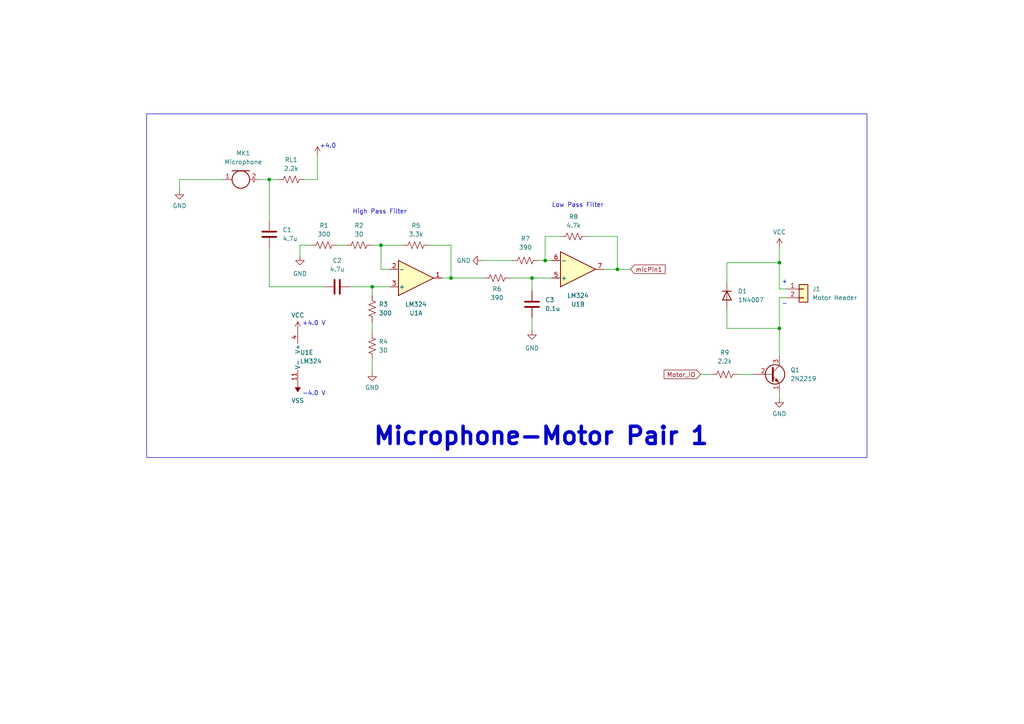
<source format=kicad_sch>
(kicad_sch (version 20230121) (generator eeschema)

  (uuid e26f2846-7ddf-4cae-94d6-3bc01c1b4ebb)

  (paper "A4")

  (lib_symbols
    (symbol "Amplifier_Operational:LM324" (pin_names (offset 0.127)) (in_bom yes) (on_board yes)
      (property "Reference" "U" (at 0 5.08 0)
        (effects (font (size 1.27 1.27)) (justify left))
      )
      (property "Value" "LM324" (at 0 -5.08 0)
        (effects (font (size 1.27 1.27)) (justify left))
      )
      (property "Footprint" "" (at -1.27 2.54 0)
        (effects (font (size 1.27 1.27)) hide)
      )
      (property "Datasheet" "http://www.ti.com/lit/ds/symlink/lm2902-n.pdf" (at 1.27 5.08 0)
        (effects (font (size 1.27 1.27)) hide)
      )
      (property "ki_locked" "" (at 0 0 0)
        (effects (font (size 1.27 1.27)))
      )
      (property "ki_keywords" "quad opamp" (at 0 0 0)
        (effects (font (size 1.27 1.27)) hide)
      )
      (property "ki_description" "Low-Power, Quad-Operational Amplifiers, DIP-14/SOIC-14/SSOP-14" (at 0 0 0)
        (effects (font (size 1.27 1.27)) hide)
      )
      (property "ki_fp_filters" "SOIC*3.9x8.7mm*P1.27mm* DIP*W7.62mm* TSSOP*4.4x5mm*P0.65mm* SSOP*5.3x6.2mm*P0.65mm* MSOP*3x3mm*P0.5mm*" (at 0 0 0)
        (effects (font (size 1.27 1.27)) hide)
      )
      (symbol "LM324_1_1"
        (polyline
          (pts
            (xy -5.08 5.08)
            (xy 5.08 0)
            (xy -5.08 -5.08)
            (xy -5.08 5.08)
          )
          (stroke (width 0.254) (type default))
          (fill (type background))
        )
        (pin output line (at 7.62 0 180) (length 2.54)
          (name "~" (effects (font (size 1.27 1.27))))
          (number "1" (effects (font (size 1.27 1.27))))
        )
        (pin input line (at -7.62 -2.54 0) (length 2.54)
          (name "-" (effects (font (size 1.27 1.27))))
          (number "2" (effects (font (size 1.27 1.27))))
        )
        (pin input line (at -7.62 2.54 0) (length 2.54)
          (name "+" (effects (font (size 1.27 1.27))))
          (number "3" (effects (font (size 1.27 1.27))))
        )
      )
      (symbol "LM324_2_1"
        (polyline
          (pts
            (xy -5.08 5.08)
            (xy 5.08 0)
            (xy -5.08 -5.08)
            (xy -5.08 5.08)
          )
          (stroke (width 0.254) (type default))
          (fill (type background))
        )
        (pin input line (at -7.62 2.54 0) (length 2.54)
          (name "+" (effects (font (size 1.27 1.27))))
          (number "5" (effects (font (size 1.27 1.27))))
        )
        (pin input line (at -7.62 -2.54 0) (length 2.54)
          (name "-" (effects (font (size 1.27 1.27))))
          (number "6" (effects (font (size 1.27 1.27))))
        )
        (pin output line (at 7.62 0 180) (length 2.54)
          (name "~" (effects (font (size 1.27 1.27))))
          (number "7" (effects (font (size 1.27 1.27))))
        )
      )
      (symbol "LM324_3_1"
        (polyline
          (pts
            (xy -5.08 5.08)
            (xy 5.08 0)
            (xy -5.08 -5.08)
            (xy -5.08 5.08)
          )
          (stroke (width 0.254) (type default))
          (fill (type background))
        )
        (pin input line (at -7.62 2.54 0) (length 2.54)
          (name "+" (effects (font (size 1.27 1.27))))
          (number "10" (effects (font (size 1.27 1.27))))
        )
        (pin output line (at 7.62 0 180) (length 2.54)
          (name "~" (effects (font (size 1.27 1.27))))
          (number "8" (effects (font (size 1.27 1.27))))
        )
        (pin input line (at -7.62 -2.54 0) (length 2.54)
          (name "-" (effects (font (size 1.27 1.27))))
          (number "9" (effects (font (size 1.27 1.27))))
        )
      )
      (symbol "LM324_4_1"
        (polyline
          (pts
            (xy -5.08 5.08)
            (xy 5.08 0)
            (xy -5.08 -5.08)
            (xy -5.08 5.08)
          )
          (stroke (width 0.254) (type default))
          (fill (type background))
        )
        (pin input line (at -7.62 2.54 0) (length 2.54)
          (name "+" (effects (font (size 1.27 1.27))))
          (number "12" (effects (font (size 1.27 1.27))))
        )
        (pin input line (at -7.62 -2.54 0) (length 2.54)
          (name "-" (effects (font (size 1.27 1.27))))
          (number "13" (effects (font (size 1.27 1.27))))
        )
        (pin output line (at 7.62 0 180) (length 2.54)
          (name "~" (effects (font (size 1.27 1.27))))
          (number "14" (effects (font (size 1.27 1.27))))
        )
      )
      (symbol "LM324_5_1"
        (pin power_in line (at -2.54 -7.62 90) (length 3.81)
          (name "V-" (effects (font (size 1.27 1.27))))
          (number "11" (effects (font (size 1.27 1.27))))
        )
        (pin power_in line (at -2.54 7.62 270) (length 3.81)
          (name "V+" (effects (font (size 1.27 1.27))))
          (number "4" (effects (font (size 1.27 1.27))))
        )
      )
    )
    (symbol "Connector_Generic:Conn_01x02" (pin_names (offset 1.016) hide) (in_bom yes) (on_board yes)
      (property "Reference" "J" (at 0 2.54 0)
        (effects (font (size 1.27 1.27)))
      )
      (property "Value" "Conn_01x02" (at 0 -5.08 0)
        (effects (font (size 1.27 1.27)))
      )
      (property "Footprint" "" (at 0 0 0)
        (effects (font (size 1.27 1.27)) hide)
      )
      (property "Datasheet" "~" (at 0 0 0)
        (effects (font (size 1.27 1.27)) hide)
      )
      (property "ki_keywords" "connector" (at 0 0 0)
        (effects (font (size 1.27 1.27)) hide)
      )
      (property "ki_description" "Generic connector, single row, 01x02, script generated (kicad-library-utils/schlib/autogen/connector/)" (at 0 0 0)
        (effects (font (size 1.27 1.27)) hide)
      )
      (property "ki_fp_filters" "Connector*:*_1x??_*" (at 0 0 0)
        (effects (font (size 1.27 1.27)) hide)
      )
      (symbol "Conn_01x02_1_1"
        (rectangle (start -1.27 -2.413) (end 0 -2.667)
          (stroke (width 0.1524) (type default))
          (fill (type none))
        )
        (rectangle (start -1.27 0.127) (end 0 -0.127)
          (stroke (width 0.1524) (type default))
          (fill (type none))
        )
        (rectangle (start -1.27 1.27) (end 1.27 -3.81)
          (stroke (width 0.254) (type default))
          (fill (type background))
        )
        (pin passive line (at -5.08 0 0) (length 3.81)
          (name "Pin_1" (effects (font (size 1.27 1.27))))
          (number "1" (effects (font (size 1.27 1.27))))
        )
        (pin passive line (at -5.08 -2.54 0) (length 3.81)
          (name "Pin_2" (effects (font (size 1.27 1.27))))
          (number "2" (effects (font (size 1.27 1.27))))
        )
      )
    )
    (symbol "Device:C" (pin_numbers hide) (pin_names (offset 0.254)) (in_bom yes) (on_board yes)
      (property "Reference" "C" (at 0.635 2.54 0)
        (effects (font (size 1.27 1.27)) (justify left))
      )
      (property "Value" "C" (at 0.635 -2.54 0)
        (effects (font (size 1.27 1.27)) (justify left))
      )
      (property "Footprint" "" (at 0.9652 -3.81 0)
        (effects (font (size 1.27 1.27)) hide)
      )
      (property "Datasheet" "~" (at 0 0 0)
        (effects (font (size 1.27 1.27)) hide)
      )
      (property "ki_keywords" "cap capacitor" (at 0 0 0)
        (effects (font (size 1.27 1.27)) hide)
      )
      (property "ki_description" "Unpolarized capacitor" (at 0 0 0)
        (effects (font (size 1.27 1.27)) hide)
      )
      (property "ki_fp_filters" "C_*" (at 0 0 0)
        (effects (font (size 1.27 1.27)) hide)
      )
      (symbol "C_0_1"
        (polyline
          (pts
            (xy -2.032 -0.762)
            (xy 2.032 -0.762)
          )
          (stroke (width 0.508) (type default))
          (fill (type none))
        )
        (polyline
          (pts
            (xy -2.032 0.762)
            (xy 2.032 0.762)
          )
          (stroke (width 0.508) (type default))
          (fill (type none))
        )
      )
      (symbol "C_1_1"
        (pin passive line (at 0 3.81 270) (length 2.794)
          (name "~" (effects (font (size 1.27 1.27))))
          (number "1" (effects (font (size 1.27 1.27))))
        )
        (pin passive line (at 0 -3.81 90) (length 2.794)
          (name "~" (effects (font (size 1.27 1.27))))
          (number "2" (effects (font (size 1.27 1.27))))
        )
      )
    )
    (symbol "Device:Microphone" (pin_names (offset 0.0254) hide) (in_bom yes) (on_board yes)
      (property "Reference" "MK" (at -3.81 1.27 0)
        (effects (font (size 1.27 1.27)) (justify right))
      )
      (property "Value" "Microphone" (at -3.81 -0.635 0)
        (effects (font (size 1.27 1.27)) (justify right))
      )
      (property "Footprint" "" (at 0 2.54 90)
        (effects (font (size 1.27 1.27)) hide)
      )
      (property "Datasheet" "~" (at 0 2.54 90)
        (effects (font (size 1.27 1.27)) hide)
      )
      (property "ki_keywords" "microphone" (at 0 0 0)
        (effects (font (size 1.27 1.27)) hide)
      )
      (property "ki_description" "Microphone" (at 0 0 0)
        (effects (font (size 1.27 1.27)) hide)
      )
      (symbol "Microphone_0_1"
        (polyline
          (pts
            (xy -2.54 2.54)
            (xy -2.54 -2.54)
          )
          (stroke (width 0.254) (type default))
          (fill (type none))
        )
        (polyline
          (pts
            (xy 0.254 3.81)
            (xy 0.762 3.81)
          )
          (stroke (width 0) (type default))
          (fill (type none))
        )
        (polyline
          (pts
            (xy 0.508 4.064)
            (xy 0.508 3.556)
          )
          (stroke (width 0) (type default))
          (fill (type none))
        )
        (circle (center 0 0) (radius 2.54)
          (stroke (width 0.254) (type default))
          (fill (type none))
        )
      )
      (symbol "Microphone_1_1"
        (pin passive line (at 0 -5.08 90) (length 2.54)
          (name "-" (effects (font (size 1.27 1.27))))
          (number "1" (effects (font (size 1.27 1.27))))
        )
        (pin passive line (at 0 5.08 270) (length 2.54)
          (name "+" (effects (font (size 1.27 1.27))))
          (number "2" (effects (font (size 1.27 1.27))))
        )
      )
    )
    (symbol "Device:R_US" (pin_numbers hide) (pin_names (offset 0)) (in_bom yes) (on_board yes)
      (property "Reference" "R" (at 2.54 0 90)
        (effects (font (size 1.27 1.27)))
      )
      (property "Value" "R_US" (at -2.54 0 90)
        (effects (font (size 1.27 1.27)))
      )
      (property "Footprint" "" (at 1.016 -0.254 90)
        (effects (font (size 1.27 1.27)) hide)
      )
      (property "Datasheet" "~" (at 0 0 0)
        (effects (font (size 1.27 1.27)) hide)
      )
      (property "ki_keywords" "R res resistor" (at 0 0 0)
        (effects (font (size 1.27 1.27)) hide)
      )
      (property "ki_description" "Resistor, US symbol" (at 0 0 0)
        (effects (font (size 1.27 1.27)) hide)
      )
      (property "ki_fp_filters" "R_*" (at 0 0 0)
        (effects (font (size 1.27 1.27)) hide)
      )
      (symbol "R_US_0_1"
        (polyline
          (pts
            (xy 0 -2.286)
            (xy 0 -2.54)
          )
          (stroke (width 0) (type default))
          (fill (type none))
        )
        (polyline
          (pts
            (xy 0 2.286)
            (xy 0 2.54)
          )
          (stroke (width 0) (type default))
          (fill (type none))
        )
        (polyline
          (pts
            (xy 0 -0.762)
            (xy 1.016 -1.143)
            (xy 0 -1.524)
            (xy -1.016 -1.905)
            (xy 0 -2.286)
          )
          (stroke (width 0) (type default))
          (fill (type none))
        )
        (polyline
          (pts
            (xy 0 0.762)
            (xy 1.016 0.381)
            (xy 0 0)
            (xy -1.016 -0.381)
            (xy 0 -0.762)
          )
          (stroke (width 0) (type default))
          (fill (type none))
        )
        (polyline
          (pts
            (xy 0 2.286)
            (xy 1.016 1.905)
            (xy 0 1.524)
            (xy -1.016 1.143)
            (xy 0 0.762)
          )
          (stroke (width 0) (type default))
          (fill (type none))
        )
      )
      (symbol "R_US_1_1"
        (pin passive line (at 0 3.81 270) (length 1.27)
          (name "~" (effects (font (size 1.27 1.27))))
          (number "1" (effects (font (size 1.27 1.27))))
        )
        (pin passive line (at 0 -3.81 90) (length 1.27)
          (name "~" (effects (font (size 1.27 1.27))))
          (number "2" (effects (font (size 1.27 1.27))))
        )
      )
    )
    (symbol "Diode:1N4007" (pin_numbers hide) (pin_names hide) (in_bom yes) (on_board yes)
      (property "Reference" "D" (at 0 2.54 0)
        (effects (font (size 1.27 1.27)))
      )
      (property "Value" "1N4007" (at 0 -2.54 0)
        (effects (font (size 1.27 1.27)))
      )
      (property "Footprint" "Diode_THT:D_DO-41_SOD81_P10.16mm_Horizontal" (at 0 -4.445 0)
        (effects (font (size 1.27 1.27)) hide)
      )
      (property "Datasheet" "http://www.vishay.com/docs/88503/1n4001.pdf" (at 0 0 0)
        (effects (font (size 1.27 1.27)) hide)
      )
      (property "Sim.Device" "D" (at 0 0 0)
        (effects (font (size 1.27 1.27)) hide)
      )
      (property "Sim.Pins" "1=K 2=A" (at 0 0 0)
        (effects (font (size 1.27 1.27)) hide)
      )
      (property "ki_keywords" "diode" (at 0 0 0)
        (effects (font (size 1.27 1.27)) hide)
      )
      (property "ki_description" "1000V 1A General Purpose Rectifier Diode, DO-41" (at 0 0 0)
        (effects (font (size 1.27 1.27)) hide)
      )
      (property "ki_fp_filters" "D*DO?41*" (at 0 0 0)
        (effects (font (size 1.27 1.27)) hide)
      )
      (symbol "1N4007_0_1"
        (polyline
          (pts
            (xy -1.27 1.27)
            (xy -1.27 -1.27)
          )
          (stroke (width 0.254) (type default))
          (fill (type none))
        )
        (polyline
          (pts
            (xy 1.27 0)
            (xy -1.27 0)
          )
          (stroke (width 0) (type default))
          (fill (type none))
        )
        (polyline
          (pts
            (xy 1.27 1.27)
            (xy 1.27 -1.27)
            (xy -1.27 0)
            (xy 1.27 1.27)
          )
          (stroke (width 0.254) (type default))
          (fill (type none))
        )
      )
      (symbol "1N4007_1_1"
        (pin passive line (at -3.81 0 0) (length 2.54)
          (name "K" (effects (font (size 1.27 1.27))))
          (number "1" (effects (font (size 1.27 1.27))))
        )
        (pin passive line (at 3.81 0 180) (length 2.54)
          (name "A" (effects (font (size 1.27 1.27))))
          (number "2" (effects (font (size 1.27 1.27))))
        )
      )
    )
    (symbol "Transistor_BJT:2N2219" (pin_names (offset 0) hide) (in_bom yes) (on_board yes)
      (property "Reference" "Q" (at 5.08 1.905 0)
        (effects (font (size 1.27 1.27)) (justify left))
      )
      (property "Value" "2N2219" (at 5.08 0 0)
        (effects (font (size 1.27 1.27)) (justify left))
      )
      (property "Footprint" "Package_TO_SOT_THT:TO-39-3" (at 5.08 -1.905 0)
        (effects (font (size 1.27 1.27) italic) (justify left) hide)
      )
      (property "Datasheet" "http://www.onsemi.com/pub_link/Collateral/2N2219-D.PDF" (at 0 0 0)
        (effects (font (size 1.27 1.27)) (justify left) hide)
      )
      (property "ki_keywords" "NPN Transistor" (at 0 0 0)
        (effects (font (size 1.27 1.27)) hide)
      )
      (property "ki_description" "800mA Ic, 50V Vce, NPN Transistor, TO-39" (at 0 0 0)
        (effects (font (size 1.27 1.27)) hide)
      )
      (property "ki_fp_filters" "TO?39*" (at 0 0 0)
        (effects (font (size 1.27 1.27)) hide)
      )
      (symbol "2N2219_0_1"
        (polyline
          (pts
            (xy 0.635 0.635)
            (xy 2.54 2.54)
          )
          (stroke (width 0) (type default))
          (fill (type none))
        )
        (polyline
          (pts
            (xy 0.635 -0.635)
            (xy 2.54 -2.54)
            (xy 2.54 -2.54)
          )
          (stroke (width 0) (type default))
          (fill (type none))
        )
        (polyline
          (pts
            (xy 0.635 1.905)
            (xy 0.635 -1.905)
            (xy 0.635 -1.905)
          )
          (stroke (width 0.508) (type default))
          (fill (type none))
        )
        (polyline
          (pts
            (xy 1.27 -1.778)
            (xy 1.778 -1.27)
            (xy 2.286 -2.286)
            (xy 1.27 -1.778)
            (xy 1.27 -1.778)
          )
          (stroke (width 0) (type default))
          (fill (type outline))
        )
        (circle (center 1.27 0) (radius 2.8194)
          (stroke (width 0.254) (type default))
          (fill (type none))
        )
      )
      (symbol "2N2219_1_1"
        (pin passive line (at 2.54 -5.08 90) (length 2.54)
          (name "E" (effects (font (size 1.27 1.27))))
          (number "1" (effects (font (size 1.27 1.27))))
        )
        (pin passive line (at -5.08 0 0) (length 5.715)
          (name "B" (effects (font (size 1.27 1.27))))
          (number "2" (effects (font (size 1.27 1.27))))
        )
        (pin passive line (at 2.54 5.08 270) (length 2.54)
          (name "C" (effects (font (size 1.27 1.27))))
          (number "3" (effects (font (size 1.27 1.27))))
        )
      )
    )
    (symbol "power:GND" (power) (pin_names (offset 0)) (in_bom yes) (on_board yes)
      (property "Reference" "#PWR" (at 0 -6.35 0)
        (effects (font (size 1.27 1.27)) hide)
      )
      (property "Value" "GND" (at 0 -3.81 0)
        (effects (font (size 1.27 1.27)))
      )
      (property "Footprint" "" (at 0 0 0)
        (effects (font (size 1.27 1.27)) hide)
      )
      (property "Datasheet" "" (at 0 0 0)
        (effects (font (size 1.27 1.27)) hide)
      )
      (property "ki_keywords" "global power" (at 0 0 0)
        (effects (font (size 1.27 1.27)) hide)
      )
      (property "ki_description" "Power symbol creates a global label with name \"GND\" , ground" (at 0 0 0)
        (effects (font (size 1.27 1.27)) hide)
      )
      (symbol "GND_0_1"
        (polyline
          (pts
            (xy 0 0)
            (xy 0 -1.27)
            (xy 1.27 -1.27)
            (xy 0 -2.54)
            (xy -1.27 -1.27)
            (xy 0 -1.27)
          )
          (stroke (width 0) (type default))
          (fill (type none))
        )
      )
      (symbol "GND_1_1"
        (pin power_in line (at 0 0 270) (length 0) hide
          (name "GND" (effects (font (size 1.27 1.27))))
          (number "1" (effects (font (size 1.27 1.27))))
        )
      )
    )
    (symbol "power:VCC" (power) (pin_names (offset 0)) (in_bom yes) (on_board yes)
      (property "Reference" "#PWR" (at 0 -3.81 0)
        (effects (font (size 1.27 1.27)) hide)
      )
      (property "Value" "VCC" (at 0 3.81 0)
        (effects (font (size 1.27 1.27)))
      )
      (property "Footprint" "" (at 0 0 0)
        (effects (font (size 1.27 1.27)) hide)
      )
      (property "Datasheet" "" (at 0 0 0)
        (effects (font (size 1.27 1.27)) hide)
      )
      (property "ki_keywords" "global power" (at 0 0 0)
        (effects (font (size 1.27 1.27)) hide)
      )
      (property "ki_description" "Power symbol creates a global label with name \"VCC\"" (at 0 0 0)
        (effects (font (size 1.27 1.27)) hide)
      )
      (symbol "VCC_0_1"
        (polyline
          (pts
            (xy -0.762 1.27)
            (xy 0 2.54)
          )
          (stroke (width 0) (type default))
          (fill (type none))
        )
        (polyline
          (pts
            (xy 0 0)
            (xy 0 2.54)
          )
          (stroke (width 0) (type default))
          (fill (type none))
        )
        (polyline
          (pts
            (xy 0 2.54)
            (xy 0.762 1.27)
          )
          (stroke (width 0) (type default))
          (fill (type none))
        )
      )
      (symbol "VCC_1_1"
        (pin power_in line (at 0 0 90) (length 0) hide
          (name "VCC" (effects (font (size 1.27 1.27))))
          (number "1" (effects (font (size 1.27 1.27))))
        )
      )
    )
    (symbol "power:VSS" (power) (pin_names (offset 0)) (in_bom yes) (on_board yes)
      (property "Reference" "#PWR" (at 0 -3.81 0)
        (effects (font (size 1.27 1.27)) hide)
      )
      (property "Value" "VSS" (at 0 3.81 0)
        (effects (font (size 1.27 1.27)))
      )
      (property "Footprint" "" (at 0 0 0)
        (effects (font (size 1.27 1.27)) hide)
      )
      (property "Datasheet" "" (at 0 0 0)
        (effects (font (size 1.27 1.27)) hide)
      )
      (property "ki_keywords" "global power" (at 0 0 0)
        (effects (font (size 1.27 1.27)) hide)
      )
      (property "ki_description" "Power symbol creates a global label with name \"VSS\"" (at 0 0 0)
        (effects (font (size 1.27 1.27)) hide)
      )
      (symbol "VSS_0_1"
        (polyline
          (pts
            (xy 0 0)
            (xy 0 2.54)
          )
          (stroke (width 0) (type default))
          (fill (type none))
        )
        (polyline
          (pts
            (xy 0.762 1.27)
            (xy -0.762 1.27)
            (xy 0 2.54)
            (xy 0.762 1.27)
          )
          (stroke (width 0) (type default))
          (fill (type outline))
        )
      )
      (symbol "VSS_1_1"
        (pin power_in line (at 0 0 90) (length 0) hide
          (name "VSS" (effects (font (size 1.27 1.27))))
          (number "1" (effects (font (size 1.27 1.27))))
        )
      )
    )
  )

  (junction (at 158.115 75.565) (diameter 0) (color 0 0 0 0)
    (uuid 20d082d3-23c0-48cc-ae62-59f2e7b1e7e6)
  )
  (junction (at 78.105 52.07) (diameter 0) (color 0 0 0 0)
    (uuid 2b80f28f-ce23-45c9-ac6f-f655994be0cb)
  )
  (junction (at 226.06 76.2) (diameter 0) (color 0 0 0 0)
    (uuid 807928b3-57dd-4c7b-886c-500448b6077d)
  )
  (junction (at 110.49 71.12) (diameter 0) (color 0 0 0 0)
    (uuid b99d66aa-bb33-4546-b4b2-507d7127e58e)
  )
  (junction (at 130.81 80.645) (diameter 0) (color 0 0 0 0)
    (uuid bc71521d-4224-4af2-af58-4edb44a6ee6e)
  )
  (junction (at 107.95 83.185) (diameter 0) (color 0 0 0 0)
    (uuid df8f5a6f-3ec1-43a3-9adf-a08b464742b8)
  )
  (junction (at 226.06 95.25) (diameter 0) (color 0 0 0 0)
    (uuid e7d1ec3f-100d-4a6b-91fc-ad76b546d157)
  )
  (junction (at 179.07 78.105) (diameter 0) (color 0 0 0 0)
    (uuid ee3d6f8d-3479-4bac-9fe6-a3cba1afd384)
  )
  (junction (at 154.305 80.645) (diameter 0) (color 0 0 0 0)
    (uuid fcc6520b-3621-4b1e-adfb-c07864a99105)
  )

  (wire (pts (xy 113.03 78.105) (xy 110.49 78.105))
    (stroke (width 0) (type default))
    (uuid 0720342f-0967-4950-a7ce-b02d6b9a54f7)
  )
  (wire (pts (xy 226.06 95.25) (xy 226.06 103.505))
    (stroke (width 0) (type default))
    (uuid 087d016b-9aad-4eaa-a394-4e8ece73a096)
  )
  (wire (pts (xy 110.49 71.12) (xy 116.84 71.12))
    (stroke (width 0) (type default))
    (uuid 087f4d71-00d7-4253-af8c-0effab379a7b)
  )
  (wire (pts (xy 210.82 95.25) (xy 226.06 95.25))
    (stroke (width 0) (type default))
    (uuid 0a2c1ae7-dec8-4b34-b360-decc10b425f3)
  )
  (wire (pts (xy 78.105 52.07) (xy 78.105 64.135))
    (stroke (width 0) (type default))
    (uuid 0c674dcc-4ad9-4de9-9ffa-a837a5b26037)
  )
  (wire (pts (xy 110.49 71.12) (xy 110.49 78.105))
    (stroke (width 0) (type default))
    (uuid 11d05c7e-85b3-4f62-a03a-f9c0eeaca703)
  )
  (wire (pts (xy 78.105 52.07) (xy 80.645 52.07))
    (stroke (width 0) (type default))
    (uuid 17773c6a-94a5-4b90-8e72-b43f15e07d12)
  )
  (wire (pts (xy 226.06 83.82) (xy 227.965 83.82))
    (stroke (width 0) (type default))
    (uuid 194f1bd7-8d1e-4938-9d1b-32f3ac382e0c)
  )
  (wire (pts (xy 154.305 80.645) (xy 154.305 84.455))
    (stroke (width 0) (type default))
    (uuid 1ec1f716-4ddd-46bc-83ea-c0c77ad24336)
  )
  (wire (pts (xy 107.95 71.12) (xy 110.49 71.12))
    (stroke (width 0) (type default))
    (uuid 25e63e9a-d4ef-4dcb-9773-7e01e37f4dc8)
  )
  (wire (pts (xy 139.7 75.565) (xy 148.59 75.565))
    (stroke (width 0) (type default))
    (uuid 29104c04-2774-4488-9423-c4fdd6fc9535)
  )
  (wire (pts (xy 52.07 52.07) (xy 64.77 52.07))
    (stroke (width 0) (type default))
    (uuid 293ae6de-e5b4-492d-ad23-cfc1f633ea54)
  )
  (wire (pts (xy 107.95 83.185) (xy 107.95 85.725))
    (stroke (width 0) (type default))
    (uuid 2e122775-c753-4f77-b8ef-c2aec16a9eef)
  )
  (wire (pts (xy 213.995 108.585) (xy 218.44 108.585))
    (stroke (width 0) (type default))
    (uuid 2fb654f5-91d2-4ee6-928a-21f2724dbfec)
  )
  (wire (pts (xy 158.115 68.58) (xy 158.115 75.565))
    (stroke (width 0) (type default))
    (uuid 348ab853-2666-4e93-96e5-89c735b76fb6)
  )
  (wire (pts (xy 128.27 80.645) (xy 130.81 80.645))
    (stroke (width 0) (type default))
    (uuid 37bea96e-725b-43ae-b5fa-bf1e0a16e1c0)
  )
  (wire (pts (xy 74.93 52.07) (xy 78.105 52.07))
    (stroke (width 0) (type default))
    (uuid 459a3e1b-d10c-438f-9d3e-081a459ad3d3)
  )
  (wire (pts (xy 107.95 104.14) (xy 107.95 107.95))
    (stroke (width 0) (type default))
    (uuid 4a4eb6a5-e2c2-4e1f-b5e1-c5fb18677d0e)
  )
  (wire (pts (xy 179.07 78.105) (xy 175.26 78.105))
    (stroke (width 0) (type default))
    (uuid 4ef318f7-c8ac-448c-91ee-ef7c987bf9ac)
  )
  (wire (pts (xy 52.07 52.07) (xy 52.07 55.245))
    (stroke (width 0) (type default))
    (uuid 5821762e-6d16-46ce-9570-5e0a19cecb57)
  )
  (wire (pts (xy 97.79 71.12) (xy 100.33 71.12))
    (stroke (width 0) (type default))
    (uuid 5a238068-9ad8-4390-bfed-2b4800c9ec31)
  )
  (wire (pts (xy 210.82 76.2) (xy 226.06 76.2))
    (stroke (width 0) (type default))
    (uuid 6103be7a-744a-4882-86bf-255cfea2b905)
  )
  (wire (pts (xy 226.06 71.755) (xy 226.06 76.2))
    (stroke (width 0) (type default))
    (uuid 6214b75a-ee72-4f2e-896e-8416ae908892)
  )
  (wire (pts (xy 93.98 83.185) (xy 78.105 83.185))
    (stroke (width 0) (type default))
    (uuid 690d2c93-1a75-4918-8b4b-fafebebad3c5)
  )
  (wire (pts (xy 203.2 108.585) (xy 206.375 108.585))
    (stroke (width 0) (type default))
    (uuid 72932698-53ad-4db5-bb92-322302e77ac9)
  )
  (wire (pts (xy 130.81 80.645) (xy 140.335 80.645))
    (stroke (width 0) (type default))
    (uuid 7fae2c12-d876-4f02-a021-f26e764849cc)
  )
  (wire (pts (xy 88.265 52.07) (xy 92.075 52.07))
    (stroke (width 0) (type default))
    (uuid 8139b656-7712-4bf8-8ffc-433fdf48812d)
  )
  (wire (pts (xy 158.115 75.565) (xy 160.02 75.565))
    (stroke (width 0) (type default))
    (uuid 874b56e4-67bf-4cb7-8847-6286aefee327)
  )
  (wire (pts (xy 162.56 68.58) (xy 158.115 68.58))
    (stroke (width 0) (type default))
    (uuid 8a670df7-1326-4136-acb8-a1cdb7fa5de9)
  )
  (wire (pts (xy 124.46 71.12) (xy 130.81 71.12))
    (stroke (width 0) (type default))
    (uuid 8bf83823-38d5-4491-8386-4e8f2c82f37a)
  )
  (wire (pts (xy 86.995 71.12) (xy 90.17 71.12))
    (stroke (width 0) (type default))
    (uuid 948e0fdd-7924-4b0c-a010-1580882c1947)
  )
  (wire (pts (xy 226.06 113.665) (xy 226.06 115.57))
    (stroke (width 0) (type default))
    (uuid 9a05ea31-d01d-472b-bd7c-5fab40c29e9f)
  )
  (wire (pts (xy 107.95 83.185) (xy 113.03 83.185))
    (stroke (width 0) (type default))
    (uuid 9c7f30f3-629f-421f-b642-9f61d01dc035)
  )
  (wire (pts (xy 154.305 92.075) (xy 154.305 95.885))
    (stroke (width 0) (type default))
    (uuid a8c02c31-0568-4677-a0b1-10be359c6c09)
  )
  (wire (pts (xy 210.82 89.535) (xy 210.82 95.25))
    (stroke (width 0) (type default))
    (uuid a9603bca-46d2-4d68-95cc-1ee6ea583c3b)
  )
  (wire (pts (xy 170.18 68.58) (xy 179.07 68.58))
    (stroke (width 0) (type default))
    (uuid a98fc758-ff19-4564-aaeb-e964e2043b3d)
  )
  (wire (pts (xy 179.07 78.105) (xy 182.88 78.105))
    (stroke (width 0) (type default))
    (uuid b130b3d0-986f-452a-8de3-becb1069c264)
  )
  (wire (pts (xy 107.95 93.345) (xy 107.95 96.52))
    (stroke (width 0) (type default))
    (uuid b24aebb6-7ca0-4bc4-a8e8-2cb0c12d6257)
  )
  (wire (pts (xy 101.6 83.185) (xy 107.95 83.185))
    (stroke (width 0) (type default))
    (uuid b3760799-0ed3-46d5-9571-b6e2e2e93f35)
  )
  (wire (pts (xy 210.82 81.915) (xy 210.82 76.2))
    (stroke (width 0) (type default))
    (uuid bec4eb5b-b4fa-49c9-8a49-1be0996377d3)
  )
  (wire (pts (xy 226.06 86.36) (xy 227.965 86.36))
    (stroke (width 0) (type default))
    (uuid c6734ea4-8f21-45e0-8a3b-8bb5430ce7eb)
  )
  (wire (pts (xy 147.955 80.645) (xy 154.305 80.645))
    (stroke (width 0) (type default))
    (uuid d1d00121-ecf4-4b25-a564-f921216b62a7)
  )
  (wire (pts (xy 130.81 71.12) (xy 130.81 80.645))
    (stroke (width 0) (type default))
    (uuid d231d4ec-132d-478e-bee2-317e11602443)
  )
  (wire (pts (xy 156.21 75.565) (xy 158.115 75.565))
    (stroke (width 0) (type default))
    (uuid d60a6351-73a6-40a3-a84c-ff8b3a2a6468)
  )
  (wire (pts (xy 226.06 76.2) (xy 226.06 83.82))
    (stroke (width 0) (type default))
    (uuid ddf56b8d-fa60-40b8-8038-93c09e7ae0ba)
  )
  (wire (pts (xy 226.06 86.36) (xy 226.06 95.25))
    (stroke (width 0) (type default))
    (uuid e733ae08-cfac-4b86-afc9-16bd85682e11)
  )
  (wire (pts (xy 92.075 52.07) (xy 92.075 45.085))
    (stroke (width 0) (type default))
    (uuid edc0120e-81ce-4e8a-958d-814879d12756)
  )
  (wire (pts (xy 86.995 74.295) (xy 86.995 71.12))
    (stroke (width 0) (type default))
    (uuid f05b7c16-77f5-4be1-b95f-f704536bf3af)
  )
  (wire (pts (xy 154.305 80.645) (xy 160.02 80.645))
    (stroke (width 0) (type default))
    (uuid f2947fb8-404a-4f12-b20c-61530fcd3925)
  )
  (wire (pts (xy 78.105 71.755) (xy 78.105 83.185))
    (stroke (width 0) (type default))
    (uuid f9c6b8f5-2a61-43e5-8007-2015aa36230b)
  )
  (wire (pts (xy 179.07 68.58) (xy 179.07 78.105))
    (stroke (width 0) (type default))
    (uuid fc982c49-ee4d-42c5-b813-fdf178362b7c)
  )

  (rectangle (start 42.545 33.02) (end 251.46 132.715)
    (stroke (width 0) (type default))
    (fill (type none))
    (uuid 563e5f2f-00d9-476b-9de4-a9ec4c2fccf8)
  )

  (text "-" (at 226.695 88.9 0)
    (effects (font (size 1.27 1.27)) (justify left bottom))
    (uuid 06cfae50-cbe4-422d-9929-d9c81c91d3a5)
  )
  (text "Microphone-Motor Pair 1" (at 107.95 129.54 0)
    (effects (font (size 5 5) (thickness 1) bold) (justify left bottom))
    (uuid 247b1643-2fdd-470c-aa55-4a79d443ec52)
  )
  (text "+4.0 V" (at 87.63 94.615 0)
    (effects (font (size 1.27 1.27)) (justify left bottom))
    (uuid 4feacb32-92ad-4892-b745-d49d97ae38a5)
  )
  (text "+4.0" (at 92.71 43.18 0)
    (effects (font (size 1.27 1.27)) (justify left bottom))
    (uuid aee61583-e542-41ed-aaa3-beee98f086b7)
  )
  (text "Low Pass Filter" (at 160.02 60.325 0)
    (effects (font (size 1.27 1.27)) (justify left bottom))
    (uuid bb631612-1ff3-4e80-b33b-0abbb084fcdc)
  )
  (text "+" (at 226.695 82.55 0)
    (effects (font (size 1.27 1.27)) (justify left bottom))
    (uuid d4cecab8-e4eb-4e6e-8e7d-7fcb1284e851)
  )
  (text "High Pass Filter" (at 102.235 62.23 0)
    (effects (font (size 1.27 1.27)) (justify left bottom))
    (uuid e7c83130-7fb7-4a22-b546-16fa66045ee8)
  )
  (text "-4.0 V" (at 87.63 114.935 0)
    (effects (font (size 1.27 1.27)) (justify left bottom))
    (uuid f63680e7-3fca-46b4-86e1-a24a812ed0a5)
  )

  (global_label "Motor_IO" (shape input) (at 203.2 108.585 180) (fields_autoplaced)
    (effects (font (size 1.27 1.27)) (justify right))
    (uuid 5f817ec1-4b88-49ac-8ec1-01dc8997fe4f)
    (property "Intersheetrefs" "${INTERSHEET_REFS}" (at 192.0506 108.585 0)
      (effects (font (size 1.27 1.27)) (justify right) hide)
    )
  )
  (global_label "micPin1" (shape input) (at 182.88 78.105 0) (fields_autoplaced)
    (effects (font (size 1.27 1.27)) (justify left))
    (uuid d9b6fe7f-60da-4464-a5cd-cc18ce8d80b7)
    (property "Intersheetrefs" "${INTERSHEET_REFS}" (at 193.4852 78.105 0)
      (effects (font (size 1.27 1.27)) (justify left) hide)
    )
  )

  (symbol (lib_id "Device:R_US") (at 152.4 75.565 90) (unit 1)
    (in_bom yes) (on_board yes) (dnp no) (fields_autoplaced)
    (uuid 01cf4294-be3b-4b50-bc12-4bc4ddc4a74a)
    (property "Reference" "R7" (at 152.4 69.215 90)
      (effects (font (size 1.27 1.27)))
    )
    (property "Value" "390" (at 152.4 71.755 90)
      (effects (font (size 1.27 1.27)))
    )
    (property "Footprint" "" (at 152.654 74.549 90)
      (effects (font (size 1.27 1.27)) hide)
    )
    (property "Datasheet" "~" (at 152.4 75.565 0)
      (effects (font (size 1.27 1.27)) hide)
    )
    (pin "1" (uuid af6cf91b-1b28-4f53-9903-4e6db5c0b3a3))
    (pin "2" (uuid 4be54a7e-dd7d-41d7-89fe-6d301e29cdb4))
    (instances
      (project "WSAS Mic_Motor Board"
        (path "/e26f2846-7ddf-4cae-94d6-3bc01c1b4ebb"
          (reference "R7") (unit 1)
        )
      )
    )
  )

  (symbol (lib_id "Amplifier_Operational:LM324") (at 88.9 103.505 0) (unit 5)
    (in_bom yes) (on_board yes) (dnp no) (fields_autoplaced)
    (uuid 050b516a-c2a6-4619-b9cb-80b3c7ce1594)
    (property "Reference" "U1" (at 86.995 102.235 0)
      (effects (font (size 1.27 1.27)) (justify left))
    )
    (property "Value" "LM324" (at 86.995 104.775 0)
      (effects (font (size 1.27 1.27)) (justify left))
    )
    (property "Footprint" "" (at 87.63 100.965 0)
      (effects (font (size 1.27 1.27)) hide)
    )
    (property "Datasheet" "http://www.ti.com/lit/ds/symlink/lm2902-n.pdf" (at 90.17 98.425 0)
      (effects (font (size 1.27 1.27)) hide)
    )
    (pin "11" (uuid 77757175-a5f3-409c-868d-536dc295aa95))
    (pin "7" (uuid 08d2e2f2-31ac-4b3f-8efe-3d51ee8c3c3f))
    (pin "10" (uuid d5710c2f-de72-4eb6-ba23-40f764abf664))
    (pin "8" (uuid e6f74f7f-c0d9-4563-bae0-627e9dfdf703))
    (pin "13" (uuid 071ef6c9-0da8-4468-b20e-39d625c327e1))
    (pin "12" (uuid 221e4581-ba6c-44db-b1d2-19e7e4ba46b1))
    (pin "14" (uuid 2068b94f-8ddc-4fe2-94b7-fde8e08161f7))
    (pin "9" (uuid b6570ef3-a4e0-4325-bbac-d1600a4e3a47))
    (pin "5" (uuid 48bc99d1-1c34-41a0-b1e1-058f652c94bf))
    (pin "3" (uuid 7f70e99d-41a6-4fc3-ae60-66db52c273a8))
    (pin "4" (uuid 966c61e5-a857-4fd6-9c42-1f94249f68cc))
    (pin "2" (uuid b7d98134-8159-4873-b4da-c1e8d092bbfb))
    (pin "6" (uuid a862114c-1142-46cf-a73c-331eccd2ab1d))
    (pin "1" (uuid da265981-7d02-4bd8-a9ec-14f67f74c6f9))
    (instances
      (project "WSAS Mic_Motor Board"
        (path "/e26f2846-7ddf-4cae-94d6-3bc01c1b4ebb"
          (reference "U1") (unit 5)
        )
      )
    )
  )

  (symbol (lib_id "power:GND") (at 86.995 74.295 0) (unit 1)
    (in_bom yes) (on_board yes) (dnp no) (fields_autoplaced)
    (uuid 0a2b32f0-7ad9-4f81-be30-2932f502f749)
    (property "Reference" "#PWR04" (at 86.995 80.645 0)
      (effects (font (size 1.27 1.27)) hide)
    )
    (property "Value" "GND" (at 86.995 79.375 0)
      (effects (font (size 1.27 1.27)))
    )
    (property "Footprint" "" (at 86.995 74.295 0)
      (effects (font (size 1.27 1.27)) hide)
    )
    (property "Datasheet" "" (at 86.995 74.295 0)
      (effects (font (size 1.27 1.27)) hide)
    )
    (pin "1" (uuid 09325750-7ae2-447f-89c5-5d6b859dbb95))
    (instances
      (project "WSAS Mic_Motor Board"
        (path "/e26f2846-7ddf-4cae-94d6-3bc01c1b4ebb"
          (reference "#PWR04") (unit 1)
        )
      )
    )
  )

  (symbol (lib_id "power:GND") (at 226.06 115.57 0) (unit 1)
    (in_bom yes) (on_board yes) (dnp no) (fields_autoplaced)
    (uuid 0c4754a5-9bb3-4eef-bce9-27cd787e1065)
    (property "Reference" "#PWR010" (at 226.06 121.92 0)
      (effects (font (size 1.27 1.27)) hide)
    )
    (property "Value" "GND" (at 226.06 120.015 0)
      (effects (font (size 1.27 1.27)))
    )
    (property "Footprint" "" (at 226.06 115.57 0)
      (effects (font (size 1.27 1.27)) hide)
    )
    (property "Datasheet" "" (at 226.06 115.57 0)
      (effects (font (size 1.27 1.27)) hide)
    )
    (pin "1" (uuid d9ee25aa-b0b2-43c2-aa0f-e6fce118131d))
    (instances
      (project "WSAS Mic_Motor Board"
        (path "/e26f2846-7ddf-4cae-94d6-3bc01c1b4ebb"
          (reference "#PWR010") (unit 1)
        )
      )
    )
  )

  (symbol (lib_id "power:VCC") (at 226.06 71.755 0) (unit 1)
    (in_bom yes) (on_board yes) (dnp no) (fields_autoplaced)
    (uuid 1943f7d1-b83f-47f7-a824-234a0cf9cece)
    (property "Reference" "#PWR09" (at 226.06 75.565 0)
      (effects (font (size 1.27 1.27)) hide)
    )
    (property "Value" "VCC" (at 226.06 67.31 0)
      (effects (font (size 1.27 1.27)))
    )
    (property "Footprint" "" (at 226.06 71.755 0)
      (effects (font (size 1.27 1.27)) hide)
    )
    (property "Datasheet" "" (at 226.06 71.755 0)
      (effects (font (size 1.27 1.27)) hide)
    )
    (pin "1" (uuid e665b268-d0e4-4ef1-aa3a-b2a1eaaabdd0))
    (instances
      (project "WSAS Mic_Motor Board"
        (path "/e26f2846-7ddf-4cae-94d6-3bc01c1b4ebb"
          (reference "#PWR09") (unit 1)
        )
      )
    )
  )

  (symbol (lib_id "Device:R_US") (at 120.65 71.12 90) (unit 1)
    (in_bom yes) (on_board yes) (dnp no) (fields_autoplaced)
    (uuid 1cddfbd5-f313-4e42-b419-9e2f477cfd18)
    (property "Reference" "R5" (at 120.65 65.405 90)
      (effects (font (size 1.27 1.27)))
    )
    (property "Value" "3.3k" (at 120.65 67.945 90)
      (effects (font (size 1.27 1.27)))
    )
    (property "Footprint" "" (at 120.904 70.104 90)
      (effects (font (size 1.27 1.27)) hide)
    )
    (property "Datasheet" "~" (at 120.65 71.12 0)
      (effects (font (size 1.27 1.27)) hide)
    )
    (pin "1" (uuid b232186a-4326-4164-8e08-789be6cf4810))
    (pin "2" (uuid 5c870a1b-0daa-4b77-a5a1-bb7ec4ee2de1))
    (instances
      (project "WSAS Mic_Motor Board"
        (path "/e26f2846-7ddf-4cae-94d6-3bc01c1b4ebb"
          (reference "R5") (unit 1)
        )
      )
    )
  )

  (symbol (lib_id "Device:R_US") (at 93.98 71.12 270) (unit 1)
    (in_bom yes) (on_board yes) (dnp no) (fields_autoplaced)
    (uuid 2144f49a-a216-4f2b-a3c4-e1854cca034e)
    (property "Reference" "R1" (at 93.98 65.405 90)
      (effects (font (size 1.27 1.27)))
    )
    (property "Value" "300" (at 93.98 67.945 90)
      (effects (font (size 1.27 1.27)))
    )
    (property "Footprint" "" (at 93.726 72.136 90)
      (effects (font (size 1.27 1.27)) hide)
    )
    (property "Datasheet" "~" (at 93.98 71.12 0)
      (effects (font (size 1.27 1.27)) hide)
    )
    (pin "2" (uuid 9858d509-3058-4570-afa4-1d736f790367))
    (pin "1" (uuid 48b2c5cb-5f8e-41be-85da-828e19c2fadc))
    (instances
      (project "WSAS Mic_Motor Board"
        (path "/e26f2846-7ddf-4cae-94d6-3bc01c1b4ebb"
          (reference "R1") (unit 1)
        )
      )
    )
  )

  (symbol (lib_id "power:VSS") (at 86.36 111.125 180) (unit 1)
    (in_bom yes) (on_board yes) (dnp no) (fields_autoplaced)
    (uuid 2c22d79b-0864-4fb0-95f9-4425594d9cff)
    (property "Reference" "#PWR03" (at 86.36 107.315 0)
      (effects (font (size 1.27 1.27)) hide)
    )
    (property "Value" "VSS" (at 86.36 116.205 0)
      (effects (font (size 1.27 1.27)))
    )
    (property "Footprint" "" (at 86.36 111.125 0)
      (effects (font (size 1.27 1.27)) hide)
    )
    (property "Datasheet" "" (at 86.36 111.125 0)
      (effects (font (size 1.27 1.27)) hide)
    )
    (pin "1" (uuid 591362eb-765f-491c-b2e5-6975835a80cd))
    (instances
      (project "WSAS Mic_Motor Board"
        (path "/e26f2846-7ddf-4cae-94d6-3bc01c1b4ebb"
          (reference "#PWR03") (unit 1)
        )
      )
    )
  )

  (symbol (lib_id "power:GND") (at 154.305 95.885 0) (unit 1)
    (in_bom yes) (on_board yes) (dnp no) (fields_autoplaced)
    (uuid 3a296004-9c6e-44e6-8f89-e054bcaedbfc)
    (property "Reference" "#PWR08" (at 154.305 102.235 0)
      (effects (font (size 1.27 1.27)) hide)
    )
    (property "Value" "GND" (at 154.305 100.965 0)
      (effects (font (size 1.27 1.27)))
    )
    (property "Footprint" "" (at 154.305 95.885 0)
      (effects (font (size 1.27 1.27)) hide)
    )
    (property "Datasheet" "" (at 154.305 95.885 0)
      (effects (font (size 1.27 1.27)) hide)
    )
    (pin "1" (uuid 77fbef2c-8ac3-442e-bcf7-c49cd84726e3))
    (instances
      (project "WSAS Mic_Motor Board"
        (path "/e26f2846-7ddf-4cae-94d6-3bc01c1b4ebb"
          (reference "#PWR08") (unit 1)
        )
      )
    )
  )

  (symbol (lib_id "power:GND") (at 52.07 55.245 0) (unit 1)
    (in_bom yes) (on_board yes) (dnp no) (fields_autoplaced)
    (uuid 3d36fccf-c784-4d29-b960-d37da3106677)
    (property "Reference" "#PWR01" (at 52.07 61.595 0)
      (effects (font (size 1.27 1.27)) hide)
    )
    (property "Value" "GND" (at 52.07 59.69 0)
      (effects (font (size 1.27 1.27)))
    )
    (property "Footprint" "" (at 52.07 55.245 0)
      (effects (font (size 1.27 1.27)) hide)
    )
    (property "Datasheet" "" (at 52.07 55.245 0)
      (effects (font (size 1.27 1.27)) hide)
    )
    (pin "1" (uuid edf28257-190d-4175-ab51-bcb1bf44610f))
    (instances
      (project "WSAS Mic_Motor Board"
        (path "/e26f2846-7ddf-4cae-94d6-3bc01c1b4ebb"
          (reference "#PWR01") (unit 1)
        )
      )
    )
  )

  (symbol (lib_id "Connector_Generic:Conn_01x02") (at 233.045 83.82 0) (unit 1)
    (in_bom yes) (on_board yes) (dnp no) (fields_autoplaced)
    (uuid 40a48bd4-3dea-4fc2-a3aa-b24385df2c39)
    (property "Reference" "J1" (at 235.585 83.82 0)
      (effects (font (size 1.27 1.27)) (justify left))
    )
    (property "Value" "Motor Header" (at 235.585 86.36 0)
      (effects (font (size 1.27 1.27)) (justify left))
    )
    (property "Footprint" "" (at 233.045 83.82 0)
      (effects (font (size 1.27 1.27)) hide)
    )
    (property "Datasheet" "~" (at 233.045 83.82 0)
      (effects (font (size 1.27 1.27)) hide)
    )
    (pin "2" (uuid 00cd5ffd-482a-4bf4-b408-4263d88d12a6))
    (pin "1" (uuid b4dbf8a3-27db-44d9-98c8-0530764d5009))
    (instances
      (project "WSAS Mic_Motor Board"
        (path "/e26f2846-7ddf-4cae-94d6-3bc01c1b4ebb"
          (reference "J1") (unit 1)
        )
      )
    )
  )

  (symbol (lib_id "Device:R_US") (at 107.95 89.535 0) (unit 1)
    (in_bom yes) (on_board yes) (dnp no) (fields_autoplaced)
    (uuid 4d806bfe-b385-4605-9786-775e4e4490fa)
    (property "Reference" "R3" (at 109.855 88.265 0)
      (effects (font (size 1.27 1.27)) (justify left))
    )
    (property "Value" "300" (at 109.855 90.805 0)
      (effects (font (size 1.27 1.27)) (justify left))
    )
    (property "Footprint" "" (at 108.966 89.789 90)
      (effects (font (size 1.27 1.27)) hide)
    )
    (property "Datasheet" "~" (at 107.95 89.535 0)
      (effects (font (size 1.27 1.27)) hide)
    )
    (pin "2" (uuid 3ce8022b-0314-4eac-a4e0-b206d1cf3f48))
    (pin "1" (uuid bb4566bf-f070-425d-af9d-2d5b779530a4))
    (instances
      (project "WSAS Mic_Motor Board"
        (path "/e26f2846-7ddf-4cae-94d6-3bc01c1b4ebb"
          (reference "R3") (unit 1)
        )
      )
    )
  )

  (symbol (lib_id "power:VCC") (at 86.36 95.885 0) (unit 1)
    (in_bom yes) (on_board yes) (dnp no) (fields_autoplaced)
    (uuid 5098e015-ef34-4e2f-ad8b-fe233d9355ce)
    (property "Reference" "#PWR02" (at 86.36 99.695 0)
      (effects (font (size 1.27 1.27)) hide)
    )
    (property "Value" "VCC" (at 86.36 91.44 0)
      (effects (font (size 1.27 1.27)))
    )
    (property "Footprint" "" (at 86.36 95.885 0)
      (effects (font (size 1.27 1.27)) hide)
    )
    (property "Datasheet" "" (at 86.36 95.885 0)
      (effects (font (size 1.27 1.27)) hide)
    )
    (pin "1" (uuid ffbae5e8-4874-4230-980c-e02cf30a873f))
    (instances
      (project "WSAS Mic_Motor Board"
        (path "/e26f2846-7ddf-4cae-94d6-3bc01c1b4ebb"
          (reference "#PWR02") (unit 1)
        )
      )
    )
  )

  (symbol (lib_id "Device:Microphone") (at 69.85 52.07 270) (unit 1)
    (in_bom yes) (on_board yes) (dnp no) (fields_autoplaced)
    (uuid 55f5fe52-8feb-4c09-9f1c-d7218f1f3651)
    (property "Reference" "MK1" (at 70.5485 44.45 90)
      (effects (font (size 1.27 1.27)))
    )
    (property "Value" "Microphone" (at 70.5485 46.99 90)
      (effects (font (size 1.27 1.27)))
    )
    (property "Footprint" "" (at 72.39 52.07 90)
      (effects (font (size 1.27 1.27)) hide)
    )
    (property "Datasheet" "~" (at 72.39 52.07 90)
      (effects (font (size 1.27 1.27)) hide)
    )
    (pin "1" (uuid 7435c217-fe3a-4afd-80ec-6f1cc5e5e8c3))
    (pin "2" (uuid ea197c71-729f-400c-a1a8-4d555f69e8be))
    (instances
      (project "WSAS Mic_Motor Board"
        (path "/e26f2846-7ddf-4cae-94d6-3bc01c1b4ebb"
          (reference "MK1") (unit 1)
        )
      )
    )
  )

  (symbol (lib_id "Transistor_BJT:2N2219") (at 223.52 108.585 0) (unit 1)
    (in_bom yes) (on_board yes) (dnp no) (fields_autoplaced)
    (uuid 5900f3d7-e522-40dc-a1f6-36a62ddce141)
    (property "Reference" "Q1" (at 229.235 107.315 0)
      (effects (font (size 1.27 1.27)) (justify left))
    )
    (property "Value" "2N2219" (at 229.235 109.855 0)
      (effects (font (size 1.27 1.27)) (justify left))
    )
    (property "Footprint" "Package_TO_SOT_THT:TO-39-3" (at 228.6 110.49 0)
      (effects (font (size 1.27 1.27) italic) (justify left) hide)
    )
    (property "Datasheet" "http://www.onsemi.com/pub_link/Collateral/2N2219-D.PDF" (at 223.52 108.585 0)
      (effects (font (size 1.27 1.27)) (justify left) hide)
    )
    (pin "3" (uuid 700d084c-1cb0-4279-bd13-bcbc0b1c14ef))
    (pin "2" (uuid 3e7d2142-8217-4067-adac-315f984fbbd8))
    (pin "1" (uuid 772171bc-fbf9-441a-8444-282539ab5655))
    (instances
      (project "WSAS Mic_Motor Board"
        (path "/e26f2846-7ddf-4cae-94d6-3bc01c1b4ebb"
          (reference "Q1") (unit 1)
        )
      )
    )
  )

  (symbol (lib_id "Device:R_US") (at 107.95 100.33 0) (unit 1)
    (in_bom yes) (on_board yes) (dnp no) (fields_autoplaced)
    (uuid 76a03ed0-8c3f-4bfa-a952-3f0f62722c1b)
    (property "Reference" "R4" (at 109.855 99.06 0)
      (effects (font (size 1.27 1.27)) (justify left))
    )
    (property "Value" "30" (at 109.855 101.6 0)
      (effects (font (size 1.27 1.27)) (justify left))
    )
    (property "Footprint" "" (at 108.966 100.584 90)
      (effects (font (size 1.27 1.27)) hide)
    )
    (property "Datasheet" "~" (at 107.95 100.33 0)
      (effects (font (size 1.27 1.27)) hide)
    )
    (pin "1" (uuid 47c7fa6c-1af4-41f3-9f38-c8cc6e8de9fd))
    (pin "2" (uuid 8f5770a9-63e1-4b40-b78a-aa27e040f8d5))
    (instances
      (project "WSAS Mic_Motor Board"
        (path "/e26f2846-7ddf-4cae-94d6-3bc01c1b4ebb"
          (reference "R4") (unit 1)
        )
      )
    )
  )

  (symbol (lib_id "Device:C") (at 97.79 83.185 90) (unit 1)
    (in_bom yes) (on_board yes) (dnp no) (fields_autoplaced)
    (uuid 79b23cb4-5ffb-492c-a6fe-7a58c4ab264b)
    (property "Reference" "C2" (at 97.79 75.565 90)
      (effects (font (size 1.27 1.27)))
    )
    (property "Value" "4.7u" (at 97.79 78.105 90)
      (effects (font (size 1.27 1.27)))
    )
    (property "Footprint" "" (at 101.6 82.2198 0)
      (effects (font (size 1.27 1.27)) hide)
    )
    (property "Datasheet" "~" (at 97.79 83.185 0)
      (effects (font (size 1.27 1.27)) hide)
    )
    (pin "1" (uuid 99960608-0bb5-40e6-9606-849b426efe5f))
    (pin "2" (uuid 2e9b12ba-364b-4d54-a1c9-6538061ac4ac))
    (instances
      (project "WSAS Mic_Motor Board"
        (path "/e26f2846-7ddf-4cae-94d6-3bc01c1b4ebb"
          (reference "C2") (unit 1)
        )
      )
    )
  )

  (symbol (lib_id "Device:R_US") (at 144.145 80.645 270) (unit 1)
    (in_bom yes) (on_board yes) (dnp no)
    (uuid 8a833cb0-f179-4325-8875-70a1f92f3929)
    (property "Reference" "R6" (at 144.145 83.82 90)
      (effects (font (size 1.27 1.27)))
    )
    (property "Value" "390" (at 144.145 86.36 90)
      (effects (font (size 1.27 1.27)))
    )
    (property "Footprint" "" (at 143.891 81.661 90)
      (effects (font (size 1.27 1.27)) hide)
    )
    (property "Datasheet" "~" (at 144.145 80.645 0)
      (effects (font (size 1.27 1.27)) hide)
    )
    (pin "1" (uuid ad5fccc9-ccb1-4055-a7b5-0cd17892f4ca))
    (pin "2" (uuid 1ad4ec80-c7c0-4256-a06f-419a16156023))
    (instances
      (project "WSAS Mic_Motor Board"
        (path "/e26f2846-7ddf-4cae-94d6-3bc01c1b4ebb"
          (reference "R6") (unit 1)
        )
      )
    )
  )

  (symbol (lib_id "Amplifier_Operational:LM324") (at 167.64 78.105 0) (mirror x) (unit 2)
    (in_bom yes) (on_board yes) (dnp no)
    (uuid 8b528dc9-871b-4b57-a966-9c72c47c3463)
    (property "Reference" "U1" (at 167.64 88.265 0)
      (effects (font (size 1.27 1.27)))
    )
    (property "Value" "LM324" (at 167.64 85.725 0)
      (effects (font (size 1.27 1.27)))
    )
    (property "Footprint" "" (at 166.37 80.645 0)
      (effects (font (size 1.27 1.27)) hide)
    )
    (property "Datasheet" "http://www.ti.com/lit/ds/symlink/lm2902-n.pdf" (at 168.91 83.185 0)
      (effects (font (size 1.27 1.27)) hide)
    )
    (pin "11" (uuid 856dacd3-3734-4c67-afae-a2674ec062dc))
    (pin "7" (uuid e6c454a6-57b2-485f-bf2d-82a1378ce80e))
    (pin "10" (uuid d5710c2f-de72-4eb6-ba23-40f764abf65c))
    (pin "8" (uuid e6f74f7f-c0d9-4563-bae0-627e9dfdf6fb))
    (pin "13" (uuid 071ef6c9-0da8-4468-b20e-39d625c327d9))
    (pin "12" (uuid 221e4581-ba6c-44db-b1d2-19e7e4ba46a9))
    (pin "14" (uuid 2068b94f-8ddc-4fe2-94b7-fde8e08161ef))
    (pin "9" (uuid b6570ef3-a4e0-4325-bbac-d1600a4e3a3f))
    (pin "5" (uuid 998cc9b3-40aa-4b6a-9858-45ce5e5b5235))
    (pin "3" (uuid 7f70e99d-41a6-4fc3-ae60-66db52c273a2))
    (pin "4" (uuid 9c8b1b99-375b-4f28-9b33-80c0c703372c))
    (pin "2" (uuid b7d98134-8159-4873-b4da-c1e8d092bbf5))
    (pin "6" (uuid d2033636-3570-45ba-b7cb-13db21f3408f))
    (pin "1" (uuid da265981-7d02-4bd8-a9ec-14f67f74c6f3))
    (instances
      (project "WSAS Mic_Motor Board"
        (path "/e26f2846-7ddf-4cae-94d6-3bc01c1b4ebb"
          (reference "U1") (unit 2)
        )
      )
    )
  )

  (symbol (lib_id "Device:C") (at 78.105 67.945 0) (unit 1)
    (in_bom yes) (on_board yes) (dnp no) (fields_autoplaced)
    (uuid b601c21e-67ad-4986-a428-90cf903a6b3f)
    (property "Reference" "C1" (at 81.915 66.675 0)
      (effects (font (size 1.27 1.27)) (justify left))
    )
    (property "Value" "4.7u" (at 81.915 69.215 0)
      (effects (font (size 1.27 1.27)) (justify left))
    )
    (property "Footprint" "" (at 79.0702 71.755 0)
      (effects (font (size 1.27 1.27)) hide)
    )
    (property "Datasheet" "~" (at 78.105 67.945 0)
      (effects (font (size 1.27 1.27)) hide)
    )
    (pin "2" (uuid 07de0549-a4c4-4902-97e4-f064703b8de0))
    (pin "1" (uuid fe4f2197-268c-48ee-986c-34ca66170c80))
    (instances
      (project "WSAS Mic_Motor Board"
        (path "/e26f2846-7ddf-4cae-94d6-3bc01c1b4ebb"
          (reference "C1") (unit 1)
        )
      )
    )
  )

  (symbol (lib_id "Diode:1N4007") (at 210.82 85.725 270) (unit 1)
    (in_bom yes) (on_board yes) (dnp no) (fields_autoplaced)
    (uuid bac88765-f2ab-4e9d-95b9-787ae4593b74)
    (property "Reference" "D1" (at 213.995 84.455 90)
      (effects (font (size 1.27 1.27)) (justify left))
    )
    (property "Value" "1N4007" (at 213.995 86.995 90)
      (effects (font (size 1.27 1.27)) (justify left))
    )
    (property "Footprint" "Diode_THT:D_DO-41_SOD81_P10.16mm_Horizontal" (at 206.375 85.725 0)
      (effects (font (size 1.27 1.27)) hide)
    )
    (property "Datasheet" "http://www.vishay.com/docs/88503/1n4001.pdf" (at 210.82 85.725 0)
      (effects (font (size 1.27 1.27)) hide)
    )
    (property "Sim.Device" "D" (at 210.82 85.725 0)
      (effects (font (size 1.27 1.27)) hide)
    )
    (property "Sim.Pins" "1=K 2=A" (at 210.82 85.725 0)
      (effects (font (size 1.27 1.27)) hide)
    )
    (pin "1" (uuid 641a37a2-3a92-4075-a8a3-202ffff15a1e))
    (pin "2" (uuid 096b030b-084d-43a4-ac27-e9d19fe6e9e1))
    (instances
      (project "WSAS Mic_Motor Board"
        (path "/e26f2846-7ddf-4cae-94d6-3bc01c1b4ebb"
          (reference "D1") (unit 1)
        )
      )
    )
  )

  (symbol (lib_id "power:GND") (at 139.7 75.565 270) (unit 1)
    (in_bom yes) (on_board yes) (dnp no) (fields_autoplaced)
    (uuid be67b3c8-e373-4607-b670-01ea6f2bdf7c)
    (property "Reference" "#PWR07" (at 133.35 75.565 0)
      (effects (font (size 1.27 1.27)) hide)
    )
    (property "Value" "GND" (at 136.525 75.565 90)
      (effects (font (size 1.27 1.27)) (justify right))
    )
    (property "Footprint" "" (at 139.7 75.565 0)
      (effects (font (size 1.27 1.27)) hide)
    )
    (property "Datasheet" "" (at 139.7 75.565 0)
      (effects (font (size 1.27 1.27)) hide)
    )
    (pin "1" (uuid f2a0191c-e42b-494b-8b08-82f779fab24c))
    (instances
      (project "WSAS Mic_Motor Board"
        (path "/e26f2846-7ddf-4cae-94d6-3bc01c1b4ebb"
          (reference "#PWR07") (unit 1)
        )
      )
    )
  )

  (symbol (lib_id "Device:R_US") (at 166.37 68.58 90) (unit 1)
    (in_bom yes) (on_board yes) (dnp no) (fields_autoplaced)
    (uuid cd01ee6d-9f34-46ec-b131-ef88dfc8faac)
    (property "Reference" "R8" (at 166.37 62.865 90)
      (effects (font (size 1.27 1.27)))
    )
    (property "Value" "4.7k" (at 166.37 65.405 90)
      (effects (font (size 1.27 1.27)))
    )
    (property "Footprint" "" (at 166.624 67.564 90)
      (effects (font (size 1.27 1.27)) hide)
    )
    (property "Datasheet" "~" (at 166.37 68.58 0)
      (effects (font (size 1.27 1.27)) hide)
    )
    (pin "2" (uuid ef1ab43a-df59-47e2-9a0e-47aab6d0dd51))
    (pin "1" (uuid a5bece44-b243-48f9-9abf-d5fb93187032))
    (instances
      (project "WSAS Mic_Motor Board"
        (path "/e26f2846-7ddf-4cae-94d6-3bc01c1b4ebb"
          (reference "R8") (unit 1)
        )
      )
    )
  )

  (symbol (lib_id "Device:R_US") (at 104.14 71.12 90) (unit 1)
    (in_bom yes) (on_board yes) (dnp no) (fields_autoplaced)
    (uuid cfabc85a-b678-4f02-b741-147a9e031a7b)
    (property "Reference" "R2" (at 104.14 65.405 90)
      (effects (font (size 1.27 1.27)))
    )
    (property "Value" "30" (at 104.14 67.945 90)
      (effects (font (size 1.27 1.27)))
    )
    (property "Footprint" "" (at 104.394 70.104 90)
      (effects (font (size 1.27 1.27)) hide)
    )
    (property "Datasheet" "~" (at 104.14 71.12 0)
      (effects (font (size 1.27 1.27)) hide)
    )
    (pin "1" (uuid 335dfa93-77f1-4a19-b2be-c1115fbbfdfd))
    (pin "2" (uuid 1d84bf91-3853-49ae-8582-8776f57b5c96))
    (instances
      (project "WSAS Mic_Motor Board"
        (path "/e26f2846-7ddf-4cae-94d6-3bc01c1b4ebb"
          (reference "R2") (unit 1)
        )
      )
    )
  )

  (symbol (lib_id "power:VCC") (at 92.075 45.085 0) (unit 1)
    (in_bom yes) (on_board yes) (dnp no) (fields_autoplaced)
    (uuid e863144c-fbd0-47f8-9011-5d167e71d6f4)
    (property "Reference" "#PWR05" (at 92.075 48.895 0)
      (effects (font (size 1.27 1.27)) hide)
    )
    (property "Value" "VCC" (at 92.075 40.005 0)
      (effects (font (size 1.27 1.27)) hide)
    )
    (property "Footprint" "" (at 92.075 45.085 0)
      (effects (font (size 1.27 1.27)) hide)
    )
    (property "Datasheet" "" (at 92.075 45.085 0)
      (effects (font (size 1.27 1.27)) hide)
    )
    (pin "1" (uuid 3196f2f4-5d3f-4725-9110-003a458ee2a0))
    (instances
      (project "WSAS Mic_Motor Board"
        (path "/e26f2846-7ddf-4cae-94d6-3bc01c1b4ebb"
          (reference "#PWR05") (unit 1)
        )
      )
    )
  )

  (symbol (lib_id "Amplifier_Operational:LM324") (at 120.65 80.645 0) (mirror x) (unit 1)
    (in_bom yes) (on_board yes) (dnp no)
    (uuid ef82583c-d11f-44b8-966b-02520b765f9f)
    (property "Reference" "U1" (at 120.65 90.805 0)
      (effects (font (size 1.27 1.27)))
    )
    (property "Value" "LM324" (at 120.65 88.265 0)
      (effects (font (size 1.27 1.27)))
    )
    (property "Footprint" "" (at 119.38 83.185 0)
      (effects (font (size 1.27 1.27)) hide)
    )
    (property "Datasheet" "http://www.ti.com/lit/ds/symlink/lm2902-n.pdf" (at 121.92 85.725 0)
      (effects (font (size 1.27 1.27)) hide)
    )
    (pin "11" (uuid 856dacd3-3734-4c67-afae-a2674ec062e7))
    (pin "7" (uuid 08d2e2f2-31ac-4b3f-8efe-3d51ee8c3c43))
    (pin "10" (uuid d5710c2f-de72-4eb6-ba23-40f764abf66a))
    (pin "8" (uuid e6f74f7f-c0d9-4563-bae0-627e9dfdf709))
    (pin "13" (uuid 071ef6c9-0da8-4468-b20e-39d625c327e7))
    (pin "12" (uuid 221e4581-ba6c-44db-b1d2-19e7e4ba46b7))
    (pin "14" (uuid 2068b94f-8ddc-4fe2-94b7-fde8e08161fd))
    (pin "9" (uuid b6570ef3-a4e0-4325-bbac-d1600a4e3a4d))
    (pin "5" (uuid 48bc99d1-1c34-41a0-b1e1-058f652c94c3))
    (pin "3" (uuid 430062a5-d698-4b53-982e-40632595cb73))
    (pin "4" (uuid 9c8b1b99-375b-4f28-9b33-80c0c7033737))
    (pin "2" (uuid 358ce0c1-2725-4a5e-b60c-ca20edef2a6a))
    (pin "6" (uuid a862114c-1142-46cf-a73c-331eccd2ab21))
    (pin "1" (uuid 58c958d9-07cf-4f07-8d11-9b3e306ced33))
    (instances
      (project "WSAS Mic_Motor Board"
        (path "/e26f2846-7ddf-4cae-94d6-3bc01c1b4ebb"
          (reference "U1") (unit 1)
        )
      )
    )
  )

  (symbol (lib_id "Device:R_US") (at 210.185 108.585 270) (unit 1)
    (in_bom yes) (on_board yes) (dnp no) (fields_autoplaced)
    (uuid f301b825-84e3-4578-a6a3-25f5ca7b83a3)
    (property "Reference" "R9" (at 210.185 102.235 90)
      (effects (font (size 1.27 1.27)))
    )
    (property "Value" "2.2k" (at 210.185 104.775 90)
      (effects (font (size 1.27 1.27)))
    )
    (property "Footprint" "" (at 209.931 109.601 90)
      (effects (font (size 1.27 1.27)) hide)
    )
    (property "Datasheet" "~" (at 210.185 108.585 0)
      (effects (font (size 1.27 1.27)) hide)
    )
    (pin "1" (uuid a6962589-a5d2-4aba-b676-28c3fec26d37))
    (pin "2" (uuid 953eef6d-cbf3-44c0-bf85-86690ea692ec))
    (instances
      (project "WSAS Mic_Motor Board"
        (path "/e26f2846-7ddf-4cae-94d6-3bc01c1b4ebb"
          (reference "R9") (unit 1)
        )
      )
    )
  )

  (symbol (lib_id "Device:C") (at 154.305 88.265 0) (unit 1)
    (in_bom yes) (on_board yes) (dnp no) (fields_autoplaced)
    (uuid f613871d-c543-4bc1-9c43-633ae1f349dd)
    (property "Reference" "C3" (at 158.115 86.995 0)
      (effects (font (size 1.27 1.27)) (justify left))
    )
    (property "Value" "0.1u" (at 158.115 89.535 0)
      (effects (font (size 1.27 1.27)) (justify left))
    )
    (property "Footprint" "" (at 155.2702 92.075 0)
      (effects (font (size 1.27 1.27)) hide)
    )
    (property "Datasheet" "~" (at 154.305 88.265 0)
      (effects (font (size 1.27 1.27)) hide)
    )
    (pin "1" (uuid 5c109415-bd2e-4401-9b4b-53651fbae5e8))
    (pin "2" (uuid aea7ee15-1974-4ad8-93d8-ef6bf3bdea10))
    (instances
      (project "WSAS Mic_Motor Board"
        (path "/e26f2846-7ddf-4cae-94d6-3bc01c1b4ebb"
          (reference "C3") (unit 1)
        )
      )
    )
  )

  (symbol (lib_id "Device:R_US") (at 84.455 52.07 90) (unit 1)
    (in_bom yes) (on_board yes) (dnp no)
    (uuid f838172d-eb77-48f0-abe7-cfa18da230f8)
    (property "Reference" "RL1" (at 84.455 46.355 90)
      (effects (font (size 1.27 1.27)))
    )
    (property "Value" "2.2k" (at 84.455 48.895 90)
      (effects (font (size 1.27 1.27)))
    )
    (property "Footprint" "" (at 84.709 51.054 90)
      (effects (font (size 1.27 1.27)) hide)
    )
    (property "Datasheet" "~" (at 84.455 52.07 0)
      (effects (font (size 1.27 1.27)) hide)
    )
    (pin "1" (uuid 12a0d511-93c1-4a0c-ba26-8ab0ba37c774))
    (pin "2" (uuid e1176819-0caa-415e-956e-1660c3193e79))
    (instances
      (project "WSAS Mic_Motor Board"
        (path "/e26f2846-7ddf-4cae-94d6-3bc01c1b4ebb"
          (reference "RL1") (unit 1)
        )
      )
    )
  )

  (symbol (lib_id "power:GND") (at 107.95 107.95 0) (unit 1)
    (in_bom yes) (on_board yes) (dnp no) (fields_autoplaced)
    (uuid f8419a1e-f9ba-4244-b59a-4936a8512d6a)
    (property "Reference" "#PWR06" (at 107.95 114.3 0)
      (effects (font (size 1.27 1.27)) hide)
    )
    (property "Value" "GND" (at 107.95 112.395 0)
      (effects (font (size 1.27 1.27)))
    )
    (property "Footprint" "" (at 107.95 107.95 0)
      (effects (font (size 1.27 1.27)) hide)
    )
    (property "Datasheet" "" (at 107.95 107.95 0)
      (effects (font (size 1.27 1.27)) hide)
    )
    (pin "1" (uuid 8fab37c8-3d30-4833-bd1a-f7548cf8501d))
    (instances
      (project "WSAS Mic_Motor Board"
        (path "/e26f2846-7ddf-4cae-94d6-3bc01c1b4ebb"
          (reference "#PWR06") (unit 1)
        )
      )
    )
  )

  (sheet_instances
    (path "/" (page "1"))
  )
)

</source>
